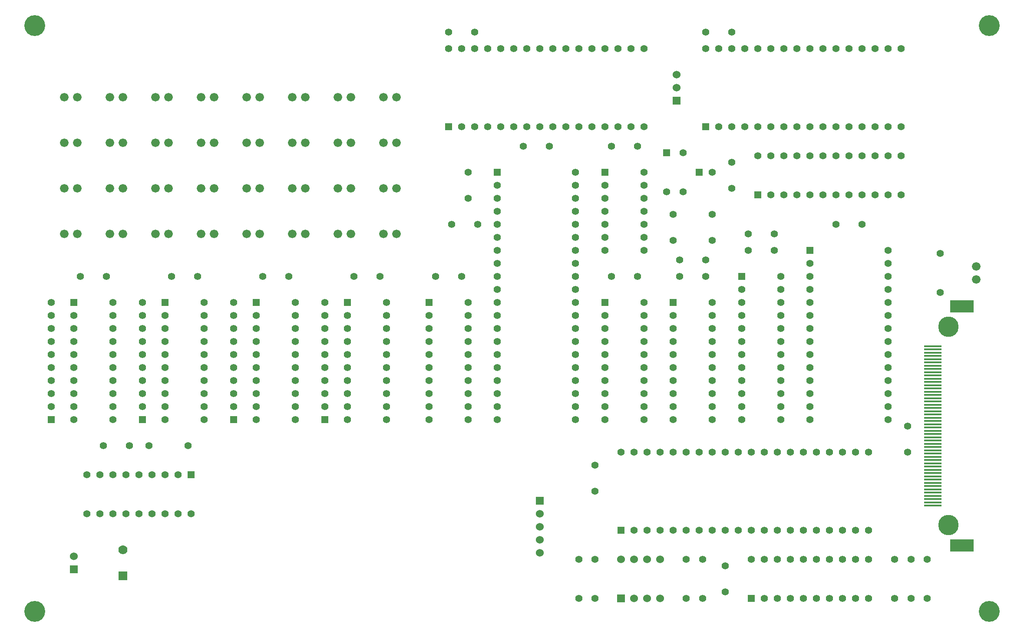
<source format=gts>
G04 (created by PCBNEW (2013-07-07 BZR 4022)-stable) date 07/02/2017 08:59:05*
%MOIN*%
G04 Gerber Fmt 3.4, Leading zero omitted, Abs format*
%FSLAX34Y34*%
G01*
G70*
G90*
G04 APERTURE LIST*
%ADD10C,0.00590551*%
%ADD11R,0.138X0.016*%
%ADD12C,0.157*%
%ADD13R,0.18X0.098*%
%ADD14R,0.06X0.06*%
%ADD15C,0.06*%
%ADD16C,0.055*%
%ADD17R,0.055X0.055*%
%ADD18C,0.066*%
%ADD19C,0.056*%
%ADD20R,0.056X0.056*%
%ADD21R,0.07X0.07*%
%ADD22C,0.07*%
%ADD23C,0.16*%
G04 APERTURE END LIST*
G54D10*
G54D11*
X89440Y-48125D03*
X89440Y-47875D03*
X89440Y-47625D03*
X89440Y-47375D03*
X89440Y-47125D03*
X89440Y-46875D03*
X89440Y-46625D03*
X89440Y-46375D03*
X89440Y-46125D03*
X89440Y-45875D03*
X89440Y-45625D03*
X89440Y-45375D03*
X89440Y-45125D03*
X89440Y-44875D03*
X89440Y-44625D03*
X89440Y-44375D03*
X89440Y-44125D03*
X89440Y-43875D03*
X89440Y-43625D03*
X89440Y-43375D03*
X89440Y-43125D03*
X89440Y-42875D03*
X89440Y-42625D03*
X89440Y-42375D03*
X89440Y-42125D03*
X89440Y-41875D03*
X89440Y-41625D03*
X89440Y-41375D03*
X89440Y-41125D03*
X89440Y-40875D03*
X89440Y-40625D03*
X89440Y-40375D03*
X89440Y-40125D03*
X89440Y-39875D03*
X89440Y-39625D03*
X89440Y-39375D03*
X89440Y-39125D03*
X89440Y-38875D03*
X89440Y-38625D03*
X89440Y-38375D03*
X89440Y-38125D03*
X89440Y-37875D03*
X89440Y-37625D03*
X89440Y-37375D03*
X89440Y-37125D03*
X89440Y-36875D03*
X89440Y-36625D03*
X89440Y-36375D03*
X89440Y-36125D03*
X89440Y-35875D03*
G54D12*
X90620Y-49625D03*
X90620Y-34375D03*
G54D13*
X91670Y-32810D03*
X91670Y-51190D03*
G54D14*
X65500Y-55250D03*
G54D15*
X66500Y-55250D03*
X67500Y-55250D03*
X68500Y-55250D03*
X68500Y-52250D03*
X67500Y-52250D03*
X66500Y-52250D03*
X65500Y-52250D03*
G54D16*
X69500Y-27750D03*
X69500Y-25750D03*
X72500Y-27750D03*
X72500Y-25750D03*
G54D17*
X21750Y-41500D03*
G54D16*
X21750Y-40500D03*
X21750Y-39500D03*
X21750Y-38500D03*
X21750Y-37500D03*
X21750Y-36500D03*
X21750Y-35500D03*
X21750Y-34500D03*
X21750Y-33500D03*
X21750Y-32500D03*
G54D17*
X35750Y-41500D03*
G54D16*
X35750Y-40500D03*
X35750Y-39500D03*
X35750Y-38500D03*
X35750Y-37500D03*
X35750Y-36500D03*
X35750Y-35500D03*
X35750Y-34500D03*
X35750Y-33500D03*
X35750Y-32500D03*
G54D17*
X28750Y-41500D03*
G54D16*
X28750Y-40500D03*
X28750Y-39500D03*
X28750Y-38500D03*
X28750Y-37500D03*
X28750Y-36500D03*
X28750Y-35500D03*
X28750Y-34500D03*
X28750Y-33500D03*
X28750Y-32500D03*
G54D17*
X42750Y-41500D03*
G54D16*
X42750Y-40500D03*
X42750Y-39500D03*
X42750Y-38500D03*
X42750Y-37500D03*
X42750Y-36500D03*
X42750Y-35500D03*
X42750Y-34500D03*
X42750Y-33500D03*
X42750Y-32500D03*
X70500Y-55250D03*
X70500Y-52250D03*
X70250Y-21000D03*
X70250Y-24000D03*
X71750Y-55250D03*
X71750Y-52250D03*
X63500Y-55250D03*
X63500Y-52250D03*
X62250Y-55250D03*
X62250Y-52250D03*
X32250Y-43500D03*
X29250Y-43500D03*
X90000Y-31750D03*
X90000Y-28750D03*
G54D14*
X59250Y-47750D03*
G54D15*
X59250Y-48750D03*
X59250Y-49750D03*
X59250Y-50750D03*
X59250Y-51750D03*
G54D14*
X69750Y-17000D03*
G54D15*
X69750Y-16000D03*
X69750Y-15000D03*
G54D18*
X33250Y-16750D03*
X34250Y-16750D03*
X29750Y-16750D03*
X30750Y-16750D03*
X29750Y-23750D03*
X30750Y-23750D03*
X29750Y-20250D03*
X30750Y-20250D03*
X36750Y-27250D03*
X37750Y-27250D03*
X33250Y-20250D03*
X34250Y-20250D03*
X33250Y-23750D03*
X34250Y-23750D03*
X33250Y-27250D03*
X34250Y-27250D03*
X47250Y-20250D03*
X48250Y-20250D03*
X29750Y-27250D03*
X30750Y-27250D03*
X47250Y-27250D03*
X48250Y-27250D03*
X47250Y-23750D03*
X48250Y-23750D03*
X47250Y-16750D03*
X48250Y-16750D03*
X43750Y-16750D03*
X44750Y-16750D03*
X43750Y-20250D03*
X44750Y-20250D03*
X43750Y-23750D03*
X44750Y-23750D03*
X43750Y-27250D03*
X44750Y-27250D03*
X92750Y-30750D03*
X92750Y-29750D03*
X26250Y-23750D03*
X27250Y-23750D03*
X26250Y-20250D03*
X27250Y-20250D03*
X26250Y-16750D03*
X27250Y-16750D03*
X22750Y-16750D03*
X23750Y-16750D03*
X22750Y-20250D03*
X23750Y-20250D03*
X22750Y-23750D03*
X23750Y-23750D03*
X22750Y-27250D03*
X23750Y-27250D03*
X26250Y-27250D03*
X27250Y-27250D03*
X36750Y-23750D03*
X37750Y-23750D03*
X40250Y-27250D03*
X41250Y-27250D03*
X40250Y-23750D03*
X41250Y-23750D03*
X40250Y-20250D03*
X41250Y-20250D03*
X40250Y-16750D03*
X41250Y-16750D03*
X36750Y-16750D03*
X37750Y-16750D03*
X36750Y-20250D03*
X37750Y-20250D03*
G54D19*
X53750Y-24500D03*
X53750Y-22500D03*
G54D20*
X69000Y-21000D03*
G54D19*
X69000Y-24000D03*
G54D17*
X65500Y-50000D03*
G54D16*
X66500Y-50000D03*
X67500Y-50000D03*
X68500Y-50000D03*
X69500Y-50000D03*
X70500Y-50000D03*
X71500Y-50000D03*
X72500Y-50000D03*
X73500Y-50000D03*
X74500Y-50000D03*
X75500Y-50000D03*
X76500Y-50000D03*
X77500Y-50000D03*
X78500Y-50000D03*
X79500Y-50000D03*
X80500Y-50000D03*
X81500Y-50000D03*
X82500Y-50000D03*
X83500Y-50000D03*
X84500Y-50000D03*
X84500Y-44000D03*
X83500Y-44000D03*
X82500Y-44000D03*
X81500Y-44000D03*
X80500Y-44000D03*
X79500Y-44000D03*
X78500Y-44000D03*
X77500Y-44000D03*
X76500Y-44000D03*
X75500Y-44000D03*
X74500Y-44000D03*
X73500Y-44000D03*
X72500Y-44000D03*
X71500Y-44000D03*
X70500Y-44000D03*
X69500Y-44000D03*
X68500Y-44000D03*
X67500Y-44000D03*
X66500Y-44000D03*
X65500Y-44000D03*
G54D17*
X56000Y-22500D03*
G54D16*
X56000Y-23500D03*
X56000Y-24500D03*
X56000Y-25500D03*
X56000Y-26500D03*
X56000Y-27500D03*
X56000Y-28500D03*
X56000Y-29500D03*
X56000Y-30500D03*
X56000Y-31500D03*
X56000Y-32500D03*
X56000Y-33500D03*
X56000Y-34500D03*
X56000Y-35500D03*
X56000Y-36500D03*
X56000Y-37500D03*
X56000Y-38500D03*
X56000Y-39500D03*
X56000Y-40500D03*
X56000Y-41500D03*
X62000Y-41500D03*
X62000Y-40500D03*
X62000Y-39500D03*
X62000Y-38500D03*
X62000Y-37500D03*
X62000Y-36500D03*
X62000Y-35500D03*
X62000Y-34500D03*
X62000Y-33500D03*
X62000Y-32500D03*
X62000Y-31500D03*
X62000Y-30500D03*
X62000Y-29500D03*
X62000Y-28500D03*
X62000Y-27500D03*
X62000Y-26500D03*
X62000Y-25500D03*
X62000Y-24500D03*
X62000Y-23500D03*
X62000Y-22500D03*
G54D17*
X72000Y-19000D03*
G54D16*
X73000Y-19000D03*
X74000Y-19000D03*
X75000Y-19000D03*
X76000Y-19000D03*
X77000Y-19000D03*
X78000Y-19000D03*
X79000Y-19000D03*
X80000Y-19000D03*
X81000Y-19000D03*
X82000Y-19000D03*
X83000Y-19000D03*
X84000Y-19000D03*
X85000Y-19000D03*
X86000Y-19000D03*
X87000Y-19000D03*
X87000Y-13000D03*
X86000Y-13000D03*
X85000Y-13000D03*
X84000Y-13000D03*
X83000Y-13000D03*
X82000Y-13000D03*
X81000Y-13000D03*
X80000Y-13000D03*
X79000Y-13000D03*
X78000Y-13000D03*
X77000Y-13000D03*
X76000Y-13000D03*
X75000Y-13000D03*
X74000Y-13000D03*
X73000Y-13000D03*
X72000Y-13000D03*
G54D17*
X52250Y-19000D03*
G54D16*
X53250Y-19000D03*
X54250Y-19000D03*
X55250Y-19000D03*
X56250Y-19000D03*
X57250Y-19000D03*
X58250Y-19000D03*
X59250Y-19000D03*
X60250Y-19000D03*
X61250Y-19000D03*
X62250Y-19000D03*
X63250Y-19000D03*
X64250Y-19000D03*
X65250Y-19000D03*
X66250Y-19000D03*
X67250Y-19000D03*
X67250Y-13000D03*
X66250Y-13000D03*
X65250Y-13000D03*
X64250Y-13000D03*
X63250Y-13000D03*
X62250Y-13000D03*
X61250Y-13000D03*
X60250Y-13000D03*
X59250Y-13000D03*
X58250Y-13000D03*
X57250Y-13000D03*
X56250Y-13000D03*
X55250Y-13000D03*
X54250Y-13000D03*
X53250Y-13000D03*
X52250Y-13000D03*
G54D17*
X80000Y-28500D03*
G54D16*
X80000Y-29500D03*
X80000Y-30500D03*
X80000Y-31500D03*
X80000Y-32500D03*
X80000Y-33500D03*
X80000Y-34500D03*
X80000Y-35500D03*
X80000Y-36500D03*
X80000Y-37500D03*
X80000Y-38500D03*
X80000Y-39500D03*
X80000Y-40500D03*
X80000Y-41500D03*
X86000Y-41500D03*
X86000Y-40500D03*
X86000Y-39500D03*
X86000Y-38500D03*
X86000Y-37500D03*
X86000Y-36500D03*
X86000Y-35500D03*
X86000Y-34500D03*
X86000Y-33500D03*
X86000Y-32500D03*
X86000Y-31500D03*
X86000Y-30500D03*
X86000Y-29500D03*
X86000Y-28500D03*
G54D17*
X76000Y-24250D03*
G54D16*
X77000Y-24250D03*
X78000Y-24250D03*
X79000Y-24250D03*
X80000Y-24250D03*
X81000Y-24250D03*
X82000Y-24250D03*
X83000Y-24250D03*
X84000Y-24250D03*
X85000Y-24250D03*
X86000Y-24250D03*
X87000Y-24250D03*
X87000Y-21250D03*
X86000Y-21250D03*
X85000Y-21250D03*
X84000Y-21250D03*
X83000Y-21250D03*
X82000Y-21250D03*
X81000Y-21250D03*
X80000Y-21250D03*
X79000Y-21250D03*
X78000Y-21250D03*
X77000Y-21250D03*
X76000Y-21250D03*
G54D17*
X74750Y-30500D03*
G54D16*
X74750Y-31500D03*
X74750Y-32500D03*
X74750Y-33500D03*
X74750Y-34500D03*
X74750Y-35500D03*
X74750Y-36500D03*
X74750Y-37500D03*
X74750Y-38500D03*
X74750Y-39500D03*
X74750Y-40500D03*
X74750Y-41500D03*
X77750Y-41500D03*
X77750Y-40500D03*
X77750Y-39500D03*
X77750Y-38500D03*
X77750Y-37500D03*
X77750Y-36500D03*
X77750Y-35500D03*
X77750Y-34500D03*
X77750Y-33500D03*
X77750Y-32500D03*
X77750Y-31500D03*
X77750Y-30500D03*
G54D17*
X44500Y-32500D03*
G54D16*
X44500Y-33500D03*
X44500Y-34500D03*
X44500Y-35500D03*
X44500Y-36500D03*
X44500Y-37500D03*
X44500Y-38500D03*
X44500Y-39500D03*
X44500Y-40500D03*
X44500Y-41500D03*
X47500Y-41500D03*
X47500Y-40500D03*
X47500Y-39500D03*
X47500Y-38500D03*
X47500Y-37500D03*
X47500Y-36500D03*
X47500Y-35500D03*
X47500Y-34500D03*
X47500Y-33500D03*
X47500Y-32500D03*
G54D17*
X37500Y-32500D03*
G54D16*
X37500Y-33500D03*
X37500Y-34500D03*
X37500Y-35500D03*
X37500Y-36500D03*
X37500Y-37500D03*
X37500Y-38500D03*
X37500Y-39500D03*
X37500Y-40500D03*
X37500Y-41500D03*
X40500Y-41500D03*
X40500Y-40500D03*
X40500Y-39500D03*
X40500Y-38500D03*
X40500Y-37500D03*
X40500Y-36500D03*
X40500Y-35500D03*
X40500Y-34500D03*
X40500Y-33500D03*
X40500Y-32500D03*
G54D17*
X64250Y-32500D03*
G54D16*
X64250Y-33500D03*
X64250Y-34500D03*
X64250Y-35500D03*
X64250Y-36500D03*
X64250Y-37500D03*
X64250Y-38500D03*
X64250Y-39500D03*
X64250Y-40500D03*
X64250Y-41500D03*
X67250Y-41500D03*
X67250Y-40500D03*
X67250Y-39500D03*
X67250Y-38500D03*
X67250Y-37500D03*
X67250Y-36500D03*
X67250Y-35500D03*
X67250Y-34500D03*
X67250Y-33500D03*
X67250Y-32500D03*
G54D17*
X30500Y-32500D03*
G54D16*
X30500Y-33500D03*
X30500Y-34500D03*
X30500Y-35500D03*
X30500Y-36500D03*
X30500Y-37500D03*
X30500Y-38500D03*
X30500Y-39500D03*
X30500Y-40500D03*
X30500Y-41500D03*
X33500Y-41500D03*
X33500Y-40500D03*
X33500Y-39500D03*
X33500Y-38500D03*
X33500Y-37500D03*
X33500Y-36500D03*
X33500Y-35500D03*
X33500Y-34500D03*
X33500Y-33500D03*
X33500Y-32500D03*
G54D17*
X23500Y-32500D03*
G54D16*
X23500Y-33500D03*
X23500Y-34500D03*
X23500Y-35500D03*
X23500Y-36500D03*
X23500Y-37500D03*
X23500Y-38500D03*
X23500Y-39500D03*
X23500Y-40500D03*
X23500Y-41500D03*
X26500Y-41500D03*
X26500Y-40500D03*
X26500Y-39500D03*
X26500Y-38500D03*
X26500Y-37500D03*
X26500Y-36500D03*
X26500Y-35500D03*
X26500Y-34500D03*
X26500Y-33500D03*
X26500Y-32500D03*
G54D17*
X50750Y-32500D03*
G54D16*
X50750Y-33500D03*
X50750Y-34500D03*
X50750Y-35500D03*
X50750Y-36500D03*
X50750Y-37500D03*
X50750Y-38500D03*
X50750Y-39500D03*
X50750Y-40500D03*
X50750Y-41500D03*
X53750Y-41500D03*
X53750Y-40500D03*
X53750Y-39500D03*
X53750Y-38500D03*
X53750Y-37500D03*
X53750Y-36500D03*
X53750Y-35500D03*
X53750Y-34500D03*
X53750Y-33500D03*
X53750Y-32500D03*
G54D17*
X75500Y-55250D03*
G54D16*
X76500Y-55250D03*
X77500Y-55250D03*
X78500Y-55250D03*
X79500Y-55250D03*
X80500Y-55250D03*
X81500Y-55250D03*
X82500Y-55250D03*
X83500Y-55250D03*
X84500Y-55250D03*
X84500Y-52250D03*
X83500Y-52250D03*
X82500Y-52250D03*
X81500Y-52250D03*
X80500Y-52250D03*
X79500Y-52250D03*
X78500Y-52250D03*
X77500Y-52250D03*
X76500Y-52250D03*
X75500Y-52250D03*
G54D17*
X69500Y-32500D03*
G54D16*
X69500Y-33500D03*
X69500Y-34500D03*
X69500Y-35500D03*
X69500Y-36500D03*
X69500Y-37500D03*
X69500Y-38500D03*
X69500Y-39500D03*
X69500Y-40500D03*
X69500Y-41500D03*
X72500Y-41500D03*
X72500Y-40500D03*
X72500Y-39500D03*
X72500Y-38500D03*
X72500Y-37500D03*
X72500Y-36500D03*
X72500Y-35500D03*
X72500Y-34500D03*
X72500Y-33500D03*
X72500Y-32500D03*
G54D17*
X32500Y-45750D03*
G54D16*
X31500Y-45750D03*
X30500Y-45750D03*
X29500Y-45750D03*
X28500Y-45750D03*
X27500Y-45750D03*
X26500Y-45750D03*
X25500Y-45750D03*
X24500Y-45750D03*
X24500Y-48750D03*
X25500Y-48750D03*
X26500Y-48750D03*
X27500Y-48750D03*
X28500Y-48750D03*
X29500Y-48750D03*
X30500Y-48750D03*
X31500Y-48750D03*
X32500Y-48750D03*
G54D21*
X27250Y-53500D03*
G54D22*
X27250Y-51500D03*
G54D16*
X52250Y-11750D03*
X54250Y-11750D03*
X53250Y-30500D03*
X51250Y-30500D03*
X26000Y-30500D03*
X24000Y-30500D03*
X33000Y-30500D03*
X31000Y-30500D03*
X40000Y-30500D03*
X38000Y-30500D03*
X47000Y-30500D03*
X45000Y-30500D03*
X72000Y-11750D03*
X74000Y-11750D03*
X77250Y-28500D03*
X75250Y-28500D03*
X87500Y-42000D03*
X87500Y-44000D03*
X74000Y-21750D03*
X74000Y-23750D03*
X73500Y-52750D03*
X73500Y-54750D03*
X60000Y-20500D03*
X58000Y-20500D03*
X25750Y-43500D03*
X27750Y-43500D03*
X66750Y-30500D03*
X64750Y-30500D03*
X63500Y-45000D03*
X63500Y-47000D03*
X52500Y-26500D03*
X54500Y-26500D03*
X70000Y-29250D03*
X72000Y-29250D03*
X77250Y-27250D03*
X75250Y-27250D03*
X84000Y-26500D03*
X82000Y-26500D03*
X72000Y-30500D03*
X70000Y-30500D03*
G54D17*
X71500Y-22500D03*
G54D16*
X72500Y-22500D03*
G54D23*
X20500Y-11250D03*
X93750Y-11250D03*
X20500Y-56250D03*
X93750Y-56250D03*
G54D14*
X23500Y-53000D03*
G54D15*
X23500Y-52000D03*
G54D16*
X87750Y-55250D03*
X87750Y-52250D03*
X89000Y-55250D03*
X89000Y-52250D03*
X86500Y-52250D03*
X86500Y-55250D03*
G54D17*
X64250Y-22500D03*
G54D16*
X64250Y-23500D03*
X64250Y-24500D03*
X64250Y-25500D03*
X64250Y-26500D03*
X64250Y-27500D03*
X64250Y-28500D03*
X67250Y-28500D03*
X67250Y-27500D03*
X67250Y-26500D03*
X67250Y-25500D03*
X67250Y-24500D03*
X67250Y-23500D03*
X67250Y-22500D03*
X66750Y-20500D03*
X64750Y-20500D03*
M02*

</source>
